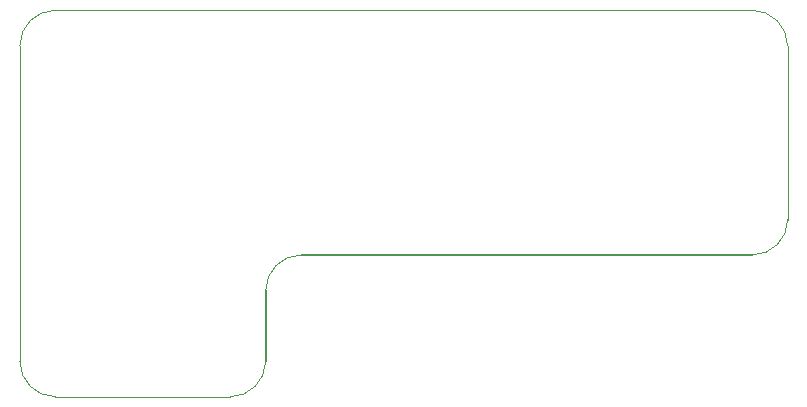
<source format=gbr>
G04 #@! TF.GenerationSoftware,KiCad,Pcbnew,(6.0.1)*
G04 #@! TF.CreationDate,2022-12-01T14:29:07+00:00*
G04 #@! TF.ProjectId,retropie-minicade-hat,72657472-6f70-4696-952d-6d696e696361,rev?*
G04 #@! TF.SameCoordinates,Original*
G04 #@! TF.FileFunction,Profile,NP*
%FSLAX46Y46*%
G04 Gerber Fmt 4.6, Leading zero omitted, Abs format (unit mm)*
G04 Created by KiCad (PCBNEW (6.0.1)) date 2022-12-01 14:29:07*
%MOMM*%
%LPD*%
G01*
G04 APERTURE LIST*
G04 #@! TA.AperFunction,Profile*
%ADD10C,0.100000*%
G04 #@! TD*
G04 #@! TA.AperFunction,Profile*
%ADD11C,0.150000*%
G04 #@! TD*
G04 APERTURE END LIST*
D10*
X143510000Y-65024000D02*
X143499680Y-50291999D01*
X78499680Y-50291999D02*
X78499680Y-77013320D01*
D11*
X99314000Y-77018556D02*
X99314000Y-71013528D01*
D10*
X96314005Y-80013321D02*
G75*
G03*
X99314000Y-77018556I-2J3000002D01*
G01*
X140499680Y-47291999D02*
X81499680Y-47291999D01*
X81499680Y-80013320D02*
X96314005Y-80013320D01*
X102313995Y-68018763D02*
G75*
G03*
X99314000Y-71013528I2J-3000002D01*
G01*
D11*
X140510005Y-68018764D02*
X102313995Y-68018764D01*
D10*
X143499680Y-50291999D02*
G75*
G03*
X140499680Y-47291999I-3000001J-1D01*
G01*
X81499680Y-47291999D02*
G75*
G03*
X78499680Y-50291999I1J-3000001D01*
G01*
X140510005Y-68018765D02*
G75*
G03*
X143510000Y-65024000I-2J3000002D01*
G01*
X78499680Y-77013320D02*
G75*
G03*
X81499680Y-80013320I3000001J1D01*
G01*
M02*

</source>
